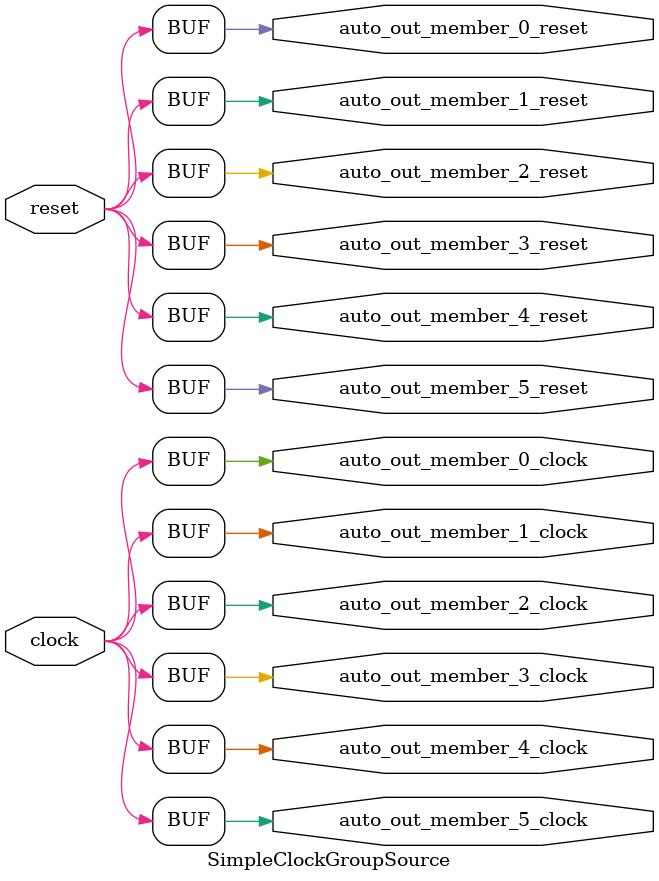
<source format=v>
module SimpleClockGroupSource( // @[:chipyard.TestHarness.RocketConfig.fir@19.2]
  input   clock, // @[:chipyard.TestHarness.RocketConfig.fir@20.4]
  input   reset, // @[:chipyard.TestHarness.RocketConfig.fir@21.4]
  output  auto_out_member_5_clock, // @[:chipyard.TestHarness.RocketConfig.fir@22.4]
  output  auto_out_member_5_reset, // @[:chipyard.TestHarness.RocketConfig.fir@22.4]
  output  auto_out_member_4_clock, // @[:chipyard.TestHarness.RocketConfig.fir@22.4]
  output  auto_out_member_4_reset, // @[:chipyard.TestHarness.RocketConfig.fir@22.4]
  output  auto_out_member_3_clock, // @[:chipyard.TestHarness.RocketConfig.fir@22.4]
  output  auto_out_member_3_reset, // @[:chipyard.TestHarness.RocketConfig.fir@22.4]
  output  auto_out_member_2_clock, // @[:chipyard.TestHarness.RocketConfig.fir@22.4]
  output  auto_out_member_2_reset, // @[:chipyard.TestHarness.RocketConfig.fir@22.4]
  output  auto_out_member_1_clock, // @[:chipyard.TestHarness.RocketConfig.fir@22.4]
  output  auto_out_member_1_reset, // @[:chipyard.TestHarness.RocketConfig.fir@22.4]
  output  auto_out_member_0_clock, // @[:chipyard.TestHarness.RocketConfig.fir@22.4]
  output  auto_out_member_0_reset // @[:chipyard.TestHarness.RocketConfig.fir@22.4]
);
  assign auto_out_member_5_clock = clock; // @[LazyModule.scala 181:49:chipyard.TestHarness.RocketConfig.fir@29.4]
  assign auto_out_member_5_reset = reset; // @[LazyModule.scala 181:49:chipyard.TestHarness.RocketConfig.fir@29.4]
  assign auto_out_member_4_clock = clock; // @[LazyModule.scala 181:49:chipyard.TestHarness.RocketConfig.fir@29.4]
  assign auto_out_member_4_reset = reset; // @[LazyModule.scala 181:49:chipyard.TestHarness.RocketConfig.fir@29.4]
  assign auto_out_member_3_clock = clock; // @[LazyModule.scala 181:49:chipyard.TestHarness.RocketConfig.fir@29.4]
  assign auto_out_member_3_reset = reset; // @[LazyModule.scala 181:49:chipyard.TestHarness.RocketConfig.fir@29.4]
  assign auto_out_member_2_clock = clock; // @[LazyModule.scala 181:49:chipyard.TestHarness.RocketConfig.fir@29.4]
  assign auto_out_member_2_reset = reset; // @[LazyModule.scala 181:49:chipyard.TestHarness.RocketConfig.fir@29.4]
  assign auto_out_member_1_clock = clock; // @[LazyModule.scala 181:49:chipyard.TestHarness.RocketConfig.fir@29.4]
  assign auto_out_member_1_reset = reset; // @[LazyModule.scala 181:49:chipyard.TestHarness.RocketConfig.fir@29.4]
  assign auto_out_member_0_clock = clock; // @[LazyModule.scala 181:49:chipyard.TestHarness.RocketConfig.fir@29.4]
  assign auto_out_member_0_reset = reset; // @[LazyModule.scala 181:49:chipyard.TestHarness.RocketConfig.fir@29.4]
endmodule

</source>
